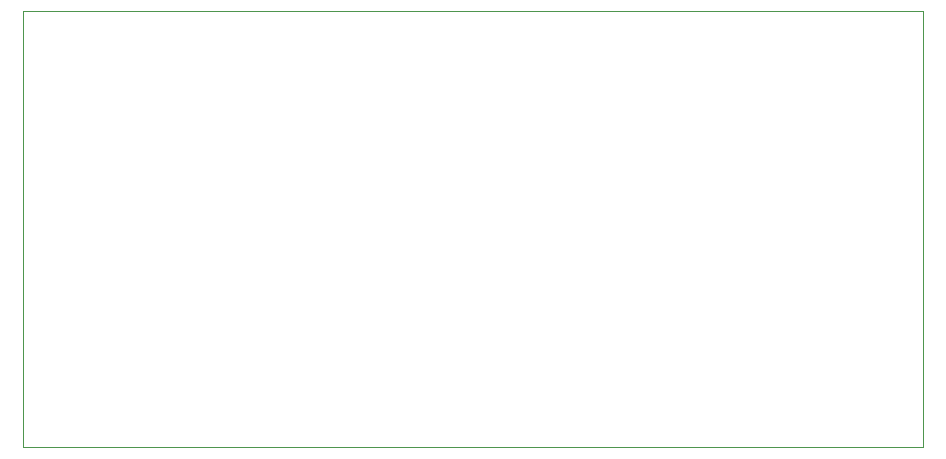
<source format=gbr>
%TF.GenerationSoftware,KiCad,Pcbnew,7.0.7*%
%TF.CreationDate,2023-09-13T14:26:25-04:00*%
%TF.ProjectId,Alim12,416c696d-3132-42e6-9b69-6361645f7063,rev?*%
%TF.SameCoordinates,Original*%
%TF.FileFunction,Profile,NP*%
%FSLAX46Y46*%
G04 Gerber Fmt 4.6, Leading zero omitted, Abs format (unit mm)*
G04 Created by KiCad (PCBNEW 7.0.7) date 2023-09-13 14:26:25*
%MOMM*%
%LPD*%
G01*
G04 APERTURE LIST*
%TA.AperFunction,Profile*%
%ADD10C,0.100000*%
%TD*%
G04 APERTURE END LIST*
D10*
X102520000Y-87530000D02*
X178740000Y-87530000D01*
X178740000Y-124470000D01*
X102520000Y-124470000D01*
X102520000Y-87530000D01*
M02*

</source>
